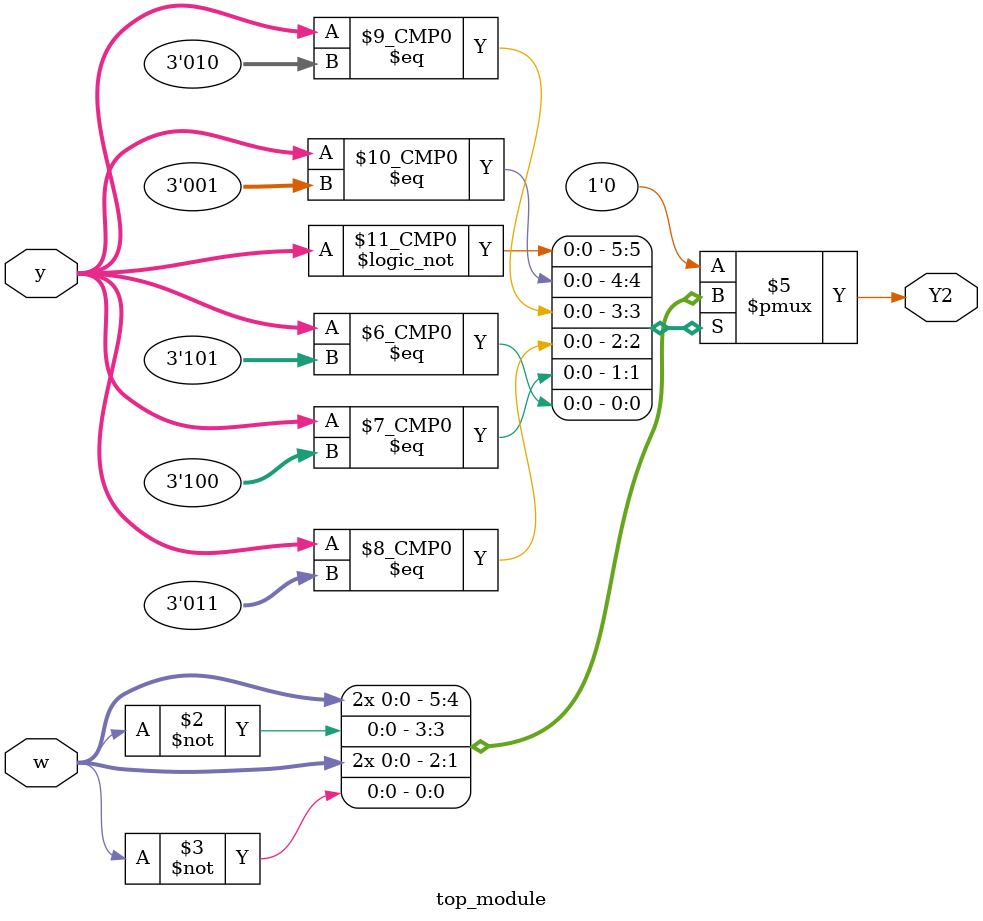
<source format=sv>
module top_module(
	input [3:1] y,
	input w,
	output reg Y2);
	
	always @(*) begin
		case (y)
			3'b000: Y2 = w;
			3'b001: Y2 = w;
			3'b010: Y2 = ~w;
			3'b011: Y2 = w;
			3'b100: Y2 = w;
			3'b101: Y2 = ~w;
			default: Y2 = 1'b0;
		endcase
	end
endmodule

</source>
